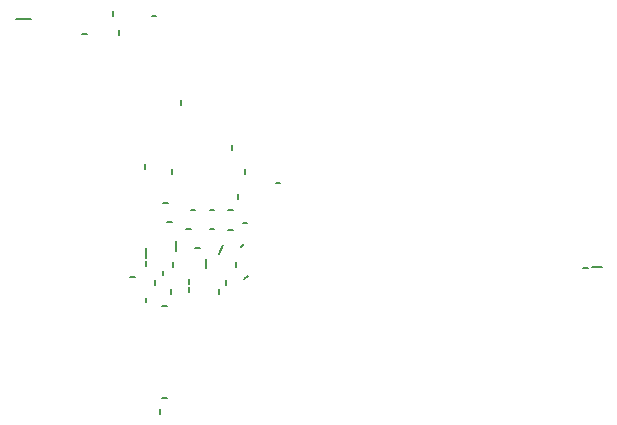
<source format=gbr>
G04 #@! TF.GenerationSoftware,KiCad,Pcbnew,(5.99.0-10577-g57d4347f00)*
G04 #@! TF.CreationDate,2021-05-20T13:19:23+03:00*
G04 #@! TF.ProjectId,imx6ull_tryout,696d7836-756c-46c5-9f74-72796f75742e,rev?*
G04 #@! TF.SameCoordinates,Original*
G04 #@! TF.FileFunction,Legend,Bot*
G04 #@! TF.FilePolarity,Positive*
%FSLAX46Y46*%
G04 Gerber Fmt 4.6, Leading zero omitted, Abs format (unit mm)*
G04 Created by KiCad (PCBNEW (5.99.0-10577-g57d4347f00)) date 2021-05-20 13:19:23*
%MOMM*%
%LPD*%
G01*
G04 APERTURE LIST*
%ADD10C,0.190500*%
G04 APERTURE END LIST*
D10*
X139000000Y-101600000D02*
X139000000Y-101200000D01*
X143100000Y-94400000D02*
X143100000Y-94000000D01*
X138250000Y-86450000D02*
X138250000Y-86050000D01*
X135300000Y-99400000D02*
X135300000Y-98600000D01*
X130320000Y-80460000D02*
X129920000Y-80460000D01*
X143358579Y-98541421D02*
X143641421Y-98258579D01*
X135200000Y-91900000D02*
X135200000Y-91500000D01*
X125600000Y-79200000D02*
X124300000Y-79200000D01*
X136800000Y-100500000D02*
X136800000Y-100900000D01*
X137500000Y-91900000D02*
X137500000Y-92300000D01*
X139100000Y-95400000D02*
X139500000Y-95400000D01*
X139000000Y-102300000D02*
X139000000Y-101900000D01*
X141500000Y-102500000D02*
X141500000Y-102100000D01*
X143941421Y-100958579D02*
X143658579Y-101241421D01*
X140700000Y-95380000D02*
X141100000Y-95380000D01*
X137100000Y-96400000D02*
X137500000Y-96400000D01*
X139500000Y-98600000D02*
X139900000Y-98600000D01*
X134000000Y-101000000D02*
X134400000Y-101000000D01*
X173110000Y-100200000D02*
X173910000Y-100200000D01*
X137600000Y-99800000D02*
X137600000Y-100200000D01*
X136700000Y-103500000D02*
X137100000Y-103500000D01*
X139100000Y-97000000D02*
X138700000Y-97000000D01*
X135300000Y-102800000D02*
X135300000Y-103200000D01*
X136100000Y-101300000D02*
X136100000Y-101700000D01*
X142300000Y-95400000D02*
X142700000Y-95400000D01*
X142900000Y-100200000D02*
X142900000Y-99800000D01*
X143710000Y-92290000D02*
X143710000Y-91890000D01*
X136700000Y-111300000D02*
X137100000Y-111300000D01*
X142100000Y-101700000D02*
X142100000Y-101300000D01*
X146700000Y-93100000D02*
X146300000Y-93100000D01*
X140700000Y-97000000D02*
X141100000Y-97000000D01*
X143500000Y-96500000D02*
X143900000Y-96500000D01*
X140400000Y-99500000D02*
X140400000Y-100300000D01*
X172310000Y-100250000D02*
X172710000Y-100250000D01*
X135300000Y-100100000D02*
X135300000Y-99700000D01*
X137900000Y-98000000D02*
X137900000Y-98800000D01*
X132500000Y-78550000D02*
X132500000Y-78950000D01*
X136190000Y-78970000D02*
X135790000Y-78970000D01*
X137400000Y-102500000D02*
X137400000Y-102100000D01*
X142600000Y-90300000D02*
X142600000Y-89900000D01*
X141513708Y-99088202D02*
X141826292Y-98351798D01*
X133050000Y-80570000D02*
X133050000Y-80170000D01*
X136475000Y-112220000D02*
X136475000Y-112620000D01*
X136800000Y-94800000D02*
X137200000Y-94800000D01*
X142300000Y-97100000D02*
X142700000Y-97100000D01*
M02*

</source>
